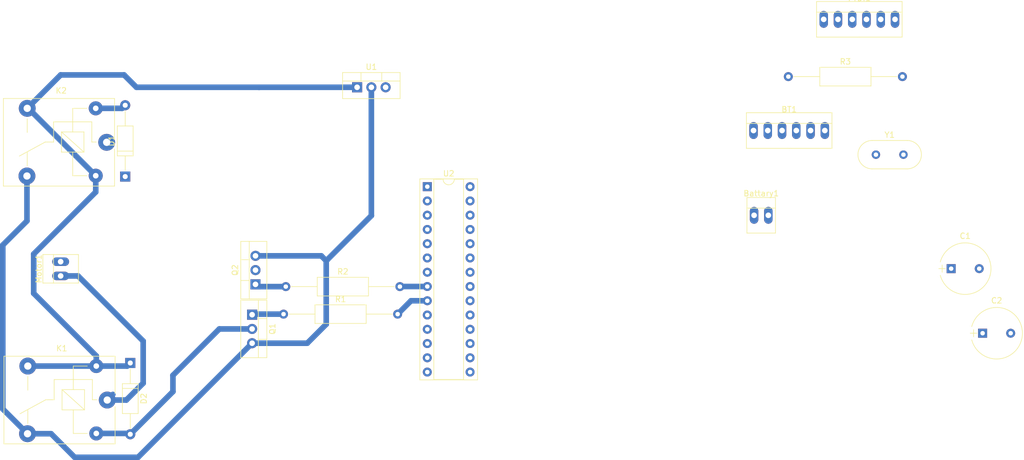
<source format=kicad_pcb>
(kicad_pcb (version 4) (host pcbnew 4.0.7-e2-6376~61~ubuntu18.04.1)

  (general
    (links 41)
    (no_connects 24)
    (area 0 0 0 0)
    (thickness 1.6)
    (drawings 0)
    (tracks 56)
    (zones 0)
    (modules 18)
    (nets 39)
  )

  (page A4)
  (layers
    (0 F.Cu signal)
    (31 B.Cu signal)
    (32 B.Adhes user hide)
    (33 F.Adhes user hide)
    (34 B.Paste user hide)
    (35 F.Paste user hide)
    (36 B.SilkS user hide)
    (37 F.SilkS user hide)
    (38 B.Mask user hide)
    (39 F.Mask user hide)
    (40 Dwgs.User user hide)
    (41 Cmts.User user hide)
    (42 Eco1.User user hide)
    (43 Eco2.User user hide)
    (44 Edge.Cuts user)
    (45 Margin user hide)
    (46 B.CrtYd user hide)
    (47 F.CrtYd user hide)
    (48 B.Fab user hide)
    (49 F.Fab user)
  )

  (setup
    (last_trace_width 1)
    (trace_clearance 0.2)
    (zone_clearance 0.508)
    (zone_45_only no)
    (trace_min 0.2)
    (segment_width 0.2)
    (edge_width 0.15)
    (via_size 0.6)
    (via_drill 0.4)
    (via_min_size 0.4)
    (via_min_drill 0.3)
    (uvia_size 0.3)
    (uvia_drill 0.1)
    (uvias_allowed no)
    (uvia_min_size 0.2)
    (uvia_min_drill 0.1)
    (pcb_text_width 0.3)
    (pcb_text_size 1.5 1.5)
    (mod_edge_width 0.15)
    (mod_text_size 1 1)
    (mod_text_width 0.15)
    (pad_size 1.524 1.524)
    (pad_drill 0.762)
    (pad_to_mask_clearance 0.2)
    (aux_axis_origin 0 0)
    (visible_elements FFFFFF7F)
    (pcbplotparams
      (layerselection 0x00030_80000001)
      (usegerberextensions false)
      (excludeedgelayer true)
      (linewidth 0.100000)
      (plotframeref false)
      (viasonmask false)
      (mode 1)
      (useauxorigin false)
      (hpglpennumber 1)
      (hpglpenspeed 20)
      (hpglpendiameter 15)
      (hpglpenoverlay 2)
      (psnegative false)
      (psa4output false)
      (plotreference true)
      (plotvalue true)
      (plotinvisibletext false)
      (padsonsilk false)
      (subtractmaskfromsilk false)
      (outputformat 1)
      (mirror false)
      (drillshape 1)
      (scaleselection 1)
      (outputdirectory ""))
  )

  (net 0 "")
  (net 1 "Net-(U2-Pad1)")
  (net 2 "Net-(U2-Pad15)")
  (net 3 "Net-(U2-Pad2)")
  (net 4 "Net-(U2-Pad16)")
  (net 5 "Net-(U2-Pad17)")
  (net 6 "Net-(U2-Pad18)")
  (net 7 "Net-(U2-Pad19)")
  (net 8 "Net-(U2-Pad20)")
  (net 9 "Net-(U2-Pad7)")
  (net 10 "Net-(U2-Pad21)")
  (net 11 "Net-(U2-Pad22)")
  (net 12 "Net-(U2-Pad23)")
  (net 13 "Net-(U2-Pad10)")
  (net 14 "Net-(U2-Pad24)")
  (net 15 "Net-(U2-Pad11)")
  (net 16 "Net-(U2-Pad12)")
  (net 17 "Net-(U2-Pad13)")
  (net 18 "Net-(U2-Pad14)")
  (net 19 "Net-(U2-Pad28)")
  (net 20 +5V)
  (net 21 GND)
  (net 22 "Net-(BT1-Pad1)")
  (net 23 /RX)
  (net 24 /TX)
  (net 25 "Net-(BT1-Pad6)")
  (net 26 "Net-(C1-Pad2)")
  (net 27 "Net-(C2-Pad2)")
  (net 28 "Net-(D1-Pad2)")
  (net 29 "Net-(D2-Pad2)")
  (net 30 /HB2)
  (net 31 /HB1)
  (net 32 +12V)
  (net 33 "Net-(FTDI1-Pad2)")
  (net 34 /RESET)
  (net 35 "Net-(K1-Pad1)")
  (net 36 "Net-(K2-Pad1)")
  (net 37 "Net-(Q1-Pad1)")
  (net 38 "Net-(Q2-Pad1)")

  (net_class Default "This is the default net class."
    (clearance 0.2)
    (trace_width 1)
    (via_dia 0.6)
    (via_drill 0.4)
    (uvia_dia 0.3)
    (uvia_drill 0.1)
    (add_net +12V)
    (add_net +5V)
    (add_net /HB1)
    (add_net /HB2)
    (add_net /RESET)
    (add_net /RX)
    (add_net /TX)
    (add_net GND)
    (add_net "Net-(BT1-Pad1)")
    (add_net "Net-(BT1-Pad6)")
    (add_net "Net-(C1-Pad2)")
    (add_net "Net-(C2-Pad2)")
    (add_net "Net-(D1-Pad2)")
    (add_net "Net-(D2-Pad2)")
    (add_net "Net-(FTDI1-Pad2)")
    (add_net "Net-(K1-Pad1)")
    (add_net "Net-(K2-Pad1)")
    (add_net "Net-(Q1-Pad1)")
    (add_net "Net-(Q2-Pad1)")
    (add_net "Net-(U2-Pad1)")
    (add_net "Net-(U2-Pad10)")
    (add_net "Net-(U2-Pad11)")
    (add_net "Net-(U2-Pad12)")
    (add_net "Net-(U2-Pad13)")
    (add_net "Net-(U2-Pad14)")
    (add_net "Net-(U2-Pad15)")
    (add_net "Net-(U2-Pad16)")
    (add_net "Net-(U2-Pad17)")
    (add_net "Net-(U2-Pad18)")
    (add_net "Net-(U2-Pad19)")
    (add_net "Net-(U2-Pad2)")
    (add_net "Net-(U2-Pad20)")
    (add_net "Net-(U2-Pad21)")
    (add_net "Net-(U2-Pad22)")
    (add_net "Net-(U2-Pad23)")
    (add_net "Net-(U2-Pad24)")
    (add_net "Net-(U2-Pad28)")
    (add_net "Net-(U2-Pad7)")
  )

  (module Connectors:PINHEAD1-2 (layer F.Cu) (tedit 0) (tstamp 5BAA8B80)
    (at 131.9 92.6)
    (path /5BAAA637)
    (fp_text reference Battary1 (at 1.27 -3.9) (layer F.SilkS)
      (effects (font (size 1 1) (thickness 0.15)))
    )
    (fp_text value Conn_01x02 (at 1.27 3.81) (layer F.Fab)
      (effects (font (size 1 1) (thickness 0.15)))
    )
    (fp_line (start 3.81 -1.27) (end -1.27 -1.27) (layer F.SilkS) (width 0.12))
    (fp_line (start 3.81 3.17) (end -1.27 3.17) (layer F.SilkS) (width 0.12))
    (fp_line (start -1.27 -3.17) (end 3.81 -3.17) (layer F.SilkS) (width 0.12))
    (fp_line (start -1.27 -3.17) (end -1.27 3.17) (layer F.SilkS) (width 0.12))
    (fp_line (start 3.81 -3.17) (end 3.81 3.17) (layer F.SilkS) (width 0.12))
    (fp_line (start -1.52 -3.42) (end 4.06 -3.42) (layer F.CrtYd) (width 0.05))
    (fp_line (start -1.52 -3.42) (end -1.52 3.42) (layer F.CrtYd) (width 0.05))
    (fp_line (start 4.06 3.42) (end 4.06 -3.42) (layer F.CrtYd) (width 0.05))
    (fp_line (start 4.06 3.42) (end -1.52 3.42) (layer F.CrtYd) (width 0.05))
    (pad 1 thru_hole oval (at 0 0) (size 1.51 3.01) (drill 1) (layers *.Cu *.Mask)
      (net 32 +12V))
    (pad 2 thru_hole oval (at 2.54 0) (size 1.51 3.01) (drill 1) (layers *.Cu *.Mask)
      (net 21 GND))
  )

  (module Connectors:PINHEAD1-6 (layer F.Cu) (tedit 0) (tstamp 5BAA8B8A)
    (at 131.8 77.5)
    (path /5BAAC7B8)
    (fp_text reference BT1 (at 6.35 -3.75) (layer F.SilkS)
      (effects (font (size 1 1) (thickness 0.15)))
    )
    (fp_text value Conn_01x06 (at 6.35 3.81) (layer F.Fab)
      (effects (font (size 1 1) (thickness 0.15)))
    )
    (fp_line (start 6.35 3.17) (end 13.97 3.17) (layer F.SilkS) (width 0.12))
    (fp_line (start 6.35 -1.27) (end 13.97 -1.27) (layer F.SilkS) (width 0.12))
    (fp_line (start 6.35 -3.17) (end 13.97 -3.17) (layer F.SilkS) (width 0.12))
    (fp_line (start -1.27 -3.17) (end -1.27 3.17) (layer F.SilkS) (width 0.12))
    (fp_line (start 13.97 -3.17) (end 13.97 3.17) (layer F.SilkS) (width 0.12))
    (fp_line (start 6.35 -1.27) (end -1.27 -1.27) (layer F.SilkS) (width 0.12))
    (fp_line (start -1.27 -3.17) (end 6.35 -3.17) (layer F.SilkS) (width 0.12))
    (fp_line (start 6.35 3.17) (end -1.27 3.17) (layer F.SilkS) (width 0.12))
    (fp_line (start -1.52 -3.42) (end 14.22 -3.42) (layer F.CrtYd) (width 0.05))
    (fp_line (start -1.52 -3.42) (end -1.52 3.42) (layer F.CrtYd) (width 0.05))
    (fp_line (start 14.22 3.42) (end 14.22 -3.42) (layer F.CrtYd) (width 0.05))
    (fp_line (start 14.22 3.42) (end -1.52 3.42) (layer F.CrtYd) (width 0.05))
    (pad 1 thru_hole oval (at 0 0) (size 1.51 3.01) (drill 1) (layers *.Cu *.Mask)
      (net 22 "Net-(BT1-Pad1)"))
    (pad 2 thru_hole oval (at 2.54 0) (size 1.51 3.01) (drill 1) (layers *.Cu *.Mask)
      (net 23 /RX))
    (pad 3 thru_hole oval (at 5.08 0) (size 1.51 3.01) (drill 1) (layers *.Cu *.Mask)
      (net 24 /TX))
    (pad 4 thru_hole oval (at 7.62 0) (size 1.51 3.01) (drill 1) (layers *.Cu *.Mask)
      (net 21 GND))
    (pad 5 thru_hole oval (at 10.16 0) (size 1.51 3.01) (drill 1) (layers *.Cu *.Mask)
      (net 20 +5V))
    (pad 6 thru_hole oval (at 12.7 0) (size 1.51 3.01) (drill 1) (layers *.Cu *.Mask)
      (net 25 "Net-(BT1-Pad6)"))
  )

  (module Capacitors_THT:CP_Radial_Tantal_D9.0mm_P5.00mm (layer F.Cu) (tedit 597C781B) (tstamp 5BAA8B90)
    (at 167 102.1)
    (descr "CP, Radial_Tantal series, Radial, pin pitch=5.00mm, , diameter=9.0mm, Tantal Electrolytic Capacitor, http://cdn-reichelt.de/documents/datenblatt/B300/TANTAL-TB-Serie%23.pdf")
    (tags "CP Radial_Tantal series Radial pin pitch 5.00mm  diameter 9.0mm Tantal Electrolytic Capacitor")
    (path /5BAB2A45)
    (fp_text reference C1 (at 2.5 -5.81) (layer F.SilkS)
      (effects (font (size 1 1) (thickness 0.15)))
    )
    (fp_text value C (at 2.5 5.81) (layer F.Fab)
      (effects (font (size 1 1) (thickness 0.15)))
    )
    (fp_arc (start 2.5 0) (end -1.93573 -1.18) (angle 150.2) (layer F.SilkS) (width 0.12))
    (fp_arc (start 2.5 0) (end -1.93573 1.18) (angle -150.2) (layer F.SilkS) (width 0.12))
    (fp_arc (start 2.5 0) (end 6.93573 -1.18) (angle 29.8) (layer F.SilkS) (width 0.12))
    (fp_circle (center 2.5 0) (end 7 0) (layer F.Fab) (width 0.1))
    (fp_line (start -2.2 0) (end -1 0) (layer F.Fab) (width 0.1))
    (fp_line (start -1.6 -0.65) (end -1.6 0.65) (layer F.Fab) (width 0.1))
    (fp_line (start -2.2 0) (end -1 0) (layer F.SilkS) (width 0.12))
    (fp_line (start -1.6 -0.65) (end -1.6 0.65) (layer F.SilkS) (width 0.12))
    (fp_line (start -2.35 -4.85) (end -2.35 4.85) (layer F.CrtYd) (width 0.05))
    (fp_line (start -2.35 4.85) (end 7.35 4.85) (layer F.CrtYd) (width 0.05))
    (fp_line (start 7.35 4.85) (end 7.35 -4.85) (layer F.CrtYd) (width 0.05))
    (fp_line (start 7.35 -4.85) (end -2.35 -4.85) (layer F.CrtYd) (width 0.05))
    (fp_text user %R (at 2.5 0) (layer F.Fab)
      (effects (font (size 1 1) (thickness 0.15)))
    )
    (pad 1 thru_hole rect (at 0 0) (size 1.6 1.6) (drill 0.8) (layers *.Cu *.Mask)
      (net 21 GND))
    (pad 2 thru_hole circle (at 5 0) (size 1.6 1.6) (drill 0.8) (layers *.Cu *.Mask)
      (net 26 "Net-(C1-Pad2)"))
    (model ${KISYS3DMOD}/Capacitors_THT.3dshapes/CP_Radial_Tantal_D9.0mm_P5.00mm.wrl
      (at (xyz 0 0 0))
      (scale (xyz 1 1 1))
      (rotate (xyz 0 0 0))
    )
  )

  (module Capacitors_THT:CP_Radial_Tantal_D9.0mm_P5.00mm (layer F.Cu) (tedit 597C781B) (tstamp 5BAA8B96)
    (at 172.6 113.6)
    (descr "CP, Radial_Tantal series, Radial, pin pitch=5.00mm, , diameter=9.0mm, Tantal Electrolytic Capacitor, http://cdn-reichelt.de/documents/datenblatt/B300/TANTAL-TB-Serie%23.pdf")
    (tags "CP Radial_Tantal series Radial pin pitch 5.00mm  diameter 9.0mm Tantal Electrolytic Capacitor")
    (path /5BAB2B5A)
    (fp_text reference C2 (at 2.5 -5.81) (layer F.SilkS)
      (effects (font (size 1 1) (thickness 0.15)))
    )
    (fp_text value C (at 2.5 5.81) (layer F.Fab)
      (effects (font (size 1 1) (thickness 0.15)))
    )
    (fp_arc (start 2.5 0) (end -1.93573 -1.18) (angle 150.2) (layer F.SilkS) (width 0.12))
    (fp_arc (start 2.5 0) (end -1.93573 1.18) (angle -150.2) (layer F.SilkS) (width 0.12))
    (fp_arc (start 2.5 0) (end 6.93573 -1.18) (angle 29.8) (layer F.SilkS) (width 0.12))
    (fp_circle (center 2.5 0) (end 7 0) (layer F.Fab) (width 0.1))
    (fp_line (start -2.2 0) (end -1 0) (layer F.Fab) (width 0.1))
    (fp_line (start -1.6 -0.65) (end -1.6 0.65) (layer F.Fab) (width 0.1))
    (fp_line (start -2.2 0) (end -1 0) (layer F.SilkS) (width 0.12))
    (fp_line (start -1.6 -0.65) (end -1.6 0.65) (layer F.SilkS) (width 0.12))
    (fp_line (start -2.35 -4.85) (end -2.35 4.85) (layer F.CrtYd) (width 0.05))
    (fp_line (start -2.35 4.85) (end 7.35 4.85) (layer F.CrtYd) (width 0.05))
    (fp_line (start 7.35 4.85) (end 7.35 -4.85) (layer F.CrtYd) (width 0.05))
    (fp_line (start 7.35 -4.85) (end -2.35 -4.85) (layer F.CrtYd) (width 0.05))
    (fp_text user %R (at 2.5 0) (layer F.Fab)
      (effects (font (size 1 1) (thickness 0.15)))
    )
    (pad 1 thru_hole rect (at 0 0) (size 1.6 1.6) (drill 0.8) (layers *.Cu *.Mask)
      (net 21 GND))
    (pad 2 thru_hole circle (at 5 0) (size 1.6 1.6) (drill 0.8) (layers *.Cu *.Mask)
      (net 27 "Net-(C2-Pad2)"))
    (model ${KISYS3DMOD}/Capacitors_THT.3dshapes/CP_Radial_Tantal_D9.0mm_P5.00mm.wrl
      (at (xyz 0 0 0))
      (scale (xyz 1 1 1))
      (rotate (xyz 0 0 0))
    )
  )

  (module Diodes_THT:D_A-405_P12.70mm_Horizontal (layer F.Cu) (tedit 5921392E) (tstamp 5BAA8B9C)
    (at 19.9 85.7 90)
    (descr "D, A-405 series, Axial, Horizontal, pin pitch=12.7mm, , length*diameter=5.2*2.7mm^2, , http://www.diodes.com/_files/packages/A-405.pdf")
    (tags "D A-405 series Axial Horizontal pin pitch 12.7mm  length 5.2mm diameter 2.7mm")
    (path /5BAAB42F)
    (fp_text reference D1 (at 6.35 -2.41 90) (layer F.SilkS)
      (effects (font (size 1 1) (thickness 0.15)))
    )
    (fp_text value D (at 6.35 2.41 90) (layer F.Fab)
      (effects (font (size 1 1) (thickness 0.15)))
    )
    (fp_text user %R (at 6.35 0 90) (layer F.Fab)
      (effects (font (size 1 1) (thickness 0.15)))
    )
    (fp_line (start 3.75 -1.35) (end 3.75 1.35) (layer F.Fab) (width 0.1))
    (fp_line (start 3.75 1.35) (end 8.95 1.35) (layer F.Fab) (width 0.1))
    (fp_line (start 8.95 1.35) (end 8.95 -1.35) (layer F.Fab) (width 0.1))
    (fp_line (start 8.95 -1.35) (end 3.75 -1.35) (layer F.Fab) (width 0.1))
    (fp_line (start 0 0) (end 3.75 0) (layer F.Fab) (width 0.1))
    (fp_line (start 12.7 0) (end 8.95 0) (layer F.Fab) (width 0.1))
    (fp_line (start 4.53 -1.35) (end 4.53 1.35) (layer F.Fab) (width 0.1))
    (fp_line (start 3.69 -1.41) (end 3.69 1.41) (layer F.SilkS) (width 0.12))
    (fp_line (start 3.69 1.41) (end 9.01 1.41) (layer F.SilkS) (width 0.12))
    (fp_line (start 9.01 1.41) (end 9.01 -1.41) (layer F.SilkS) (width 0.12))
    (fp_line (start 9.01 -1.41) (end 3.69 -1.41) (layer F.SilkS) (width 0.12))
    (fp_line (start 1.08 0) (end 3.69 0) (layer F.SilkS) (width 0.12))
    (fp_line (start 11.62 0) (end 9.01 0) (layer F.SilkS) (width 0.12))
    (fp_line (start 4.53 -1.41) (end 4.53 1.41) (layer F.SilkS) (width 0.12))
    (fp_line (start -1.15 -1.7) (end -1.15 1.7) (layer F.CrtYd) (width 0.05))
    (fp_line (start -1.15 1.7) (end 13.85 1.7) (layer F.CrtYd) (width 0.05))
    (fp_line (start 13.85 1.7) (end 13.85 -1.7) (layer F.CrtYd) (width 0.05))
    (fp_line (start 13.85 -1.7) (end -1.15 -1.7) (layer F.CrtYd) (width 0.05))
    (pad 1 thru_hole rect (at 0 0 90) (size 1.8 1.8) (drill 0.9) (layers *.Cu *.Mask)
      (net 32 +12V))
    (pad 2 thru_hole oval (at 12.7 0 90) (size 1.8 1.8) (drill 0.9) (layers *.Cu *.Mask)
      (net 28 "Net-(D1-Pad2)"))
    (model ${KISYS3DMOD}/Diodes_THT.3dshapes/D_A-405_P12.70mm_Horizontal.wrl
      (at (xyz 0 0 0))
      (scale (xyz 0.393701 0.393701 0.393701))
      (rotate (xyz 0 0 0))
    )
  )

  (module Diodes_THT:D_A-405_P12.70mm_Horizontal (layer F.Cu) (tedit 5921392E) (tstamp 5BAA8BA2)
    (at 20.8 118.9 270)
    (descr "D, A-405 series, Axial, Horizontal, pin pitch=12.7mm, , length*diameter=5.2*2.7mm^2, , http://www.diodes.com/_files/packages/A-405.pdf")
    (tags "D A-405 series Axial Horizontal pin pitch 12.7mm  length 5.2mm diameter 2.7mm")
    (path /5BAAB218)
    (fp_text reference D2 (at 6.35 -2.41 270) (layer F.SilkS)
      (effects (font (size 1 1) (thickness 0.15)))
    )
    (fp_text value D (at 6.35 2.41 270) (layer F.Fab)
      (effects (font (size 1 1) (thickness 0.15)))
    )
    (fp_text user %R (at 6.35 0 270) (layer F.Fab)
      (effects (font (size 1 1) (thickness 0.15)))
    )
    (fp_line (start 3.75 -1.35) (end 3.75 1.35) (layer F.Fab) (width 0.1))
    (fp_line (start 3.75 1.35) (end 8.95 1.35) (layer F.Fab) (width 0.1))
    (fp_line (start 8.95 1.35) (end 8.95 -1.35) (layer F.Fab) (width 0.1))
    (fp_line (start 8.95 -1.35) (end 3.75 -1.35) (layer F.Fab) (width 0.1))
    (fp_line (start 0 0) (end 3.75 0) (layer F.Fab) (width 0.1))
    (fp_line (start 12.7 0) (end 8.95 0) (layer F.Fab) (width 0.1))
    (fp_line (start 4.53 -1.35) (end 4.53 1.35) (layer F.Fab) (width 0.1))
    (fp_line (start 3.69 -1.41) (end 3.69 1.41) (layer F.SilkS) (width 0.12))
    (fp_line (start 3.69 1.41) (end 9.01 1.41) (layer F.SilkS) (width 0.12))
    (fp_line (start 9.01 1.41) (end 9.01 -1.41) (layer F.SilkS) (width 0.12))
    (fp_line (start 9.01 -1.41) (end 3.69 -1.41) (layer F.SilkS) (width 0.12))
    (fp_line (start 1.08 0) (end 3.69 0) (layer F.SilkS) (width 0.12))
    (fp_line (start 11.62 0) (end 9.01 0) (layer F.SilkS) (width 0.12))
    (fp_line (start 4.53 -1.41) (end 4.53 1.41) (layer F.SilkS) (width 0.12))
    (fp_line (start -1.15 -1.7) (end -1.15 1.7) (layer F.CrtYd) (width 0.05))
    (fp_line (start -1.15 1.7) (end 13.85 1.7) (layer F.CrtYd) (width 0.05))
    (fp_line (start 13.85 1.7) (end 13.85 -1.7) (layer F.CrtYd) (width 0.05))
    (fp_line (start 13.85 -1.7) (end -1.15 -1.7) (layer F.CrtYd) (width 0.05))
    (pad 1 thru_hole rect (at 0 0 270) (size 1.8 1.8) (drill 0.9) (layers *.Cu *.Mask)
      (net 32 +12V))
    (pad 2 thru_hole oval (at 12.7 0 270) (size 1.8 1.8) (drill 0.9) (layers *.Cu *.Mask)
      (net 29 "Net-(D2-Pad2)"))
    (model ${KISYS3DMOD}/Diodes_THT.3dshapes/D_A-405_P12.70mm_Horizontal.wrl
      (at (xyz 0 0 0))
      (scale (xyz 0.393701 0.393701 0.393701))
      (rotate (xyz 0 0 0))
    )
  )

  (module Relays_THT:Relay_SPDT_SANYOU_SRD_Series_Form_C (layer F.Cu) (tedit 58FA3148) (tstamp 5BAA8BAB)
    (at 16.7 125.5 180)
    (descr "relay Sanyou SRD series Form C http://www.sanyourelay.ca/public/products/pdf/SRD.pdf")
    (tags "relay Sanyu SRD form C")
    (path /5BAD5A50)
    (fp_text reference K1 (at 8.1 9.2 180) (layer F.SilkS)
      (effects (font (size 1 1) (thickness 0.15)))
    )
    (fp_text value Relay (at 8 -9.6 180) (layer F.Fab)
      (effects (font (size 1 1) (thickness 0.15)))
    )
    (fp_line (start -1.4 1.2) (end -1.4 7.8) (layer F.SilkS) (width 0.12))
    (fp_line (start -1.4 -7.8) (end -1.4 -1.2) (layer F.SilkS) (width 0.12))
    (fp_line (start -1.4 -7.8) (end 18.4 -7.8) (layer F.SilkS) (width 0.12))
    (fp_line (start 18.4 -7.8) (end 18.4 7.8) (layer F.SilkS) (width 0.12))
    (fp_line (start 18.4 7.8) (end -1.4 7.8) (layer F.SilkS) (width 0.12))
    (fp_text user 1 (at 0 -2.3 180) (layer F.Fab)
      (effects (font (size 1 1) (thickness 0.15)))
    )
    (fp_line (start -1.3 -7.7) (end 18.3 -7.7) (layer F.Fab) (width 0.12))
    (fp_line (start 18.3 -7.7) (end 18.3 7.7) (layer F.Fab) (width 0.12))
    (fp_line (start 18.3 7.7) (end -1.3 7.7) (layer F.Fab) (width 0.12))
    (fp_line (start -1.3 7.7) (end -1.3 -7.7) (layer F.Fab) (width 0.12))
    (fp_text user %R (at 7.1 0.025 180) (layer F.Fab)
      (effects (font (size 1 1) (thickness 0.15)))
    )
    (fp_line (start 18.55 -7.95) (end -1.55 -7.95) (layer F.CrtYd) (width 0.05))
    (fp_line (start -1.55 7.95) (end -1.55 -7.95) (layer F.CrtYd) (width 0.05))
    (fp_line (start 18.55 -7.95) (end 18.55 7.95) (layer F.CrtYd) (width 0.05))
    (fp_line (start -1.55 7.95) (end 18.55 7.95) (layer F.CrtYd) (width 0.05))
    (fp_line (start 14.15 4.2) (end 14.15 1.75) (layer F.SilkS) (width 0.12))
    (fp_line (start 14.15 -4.2) (end 14.15 -1.7) (layer F.SilkS) (width 0.12))
    (fp_line (start 3.55 6.05) (end 6.05 6.05) (layer F.SilkS) (width 0.12))
    (fp_line (start 2.65 0.05) (end 1.85 0.05) (layer F.SilkS) (width 0.12))
    (fp_line (start 6.05 -5.95) (end 3.55 -5.95) (layer F.SilkS) (width 0.12))
    (fp_line (start 9.45 0.05) (end 10.95 0.05) (layer F.SilkS) (width 0.12))
    (fp_line (start 10.95 0.05) (end 15.55 -2.45) (layer F.SilkS) (width 0.12))
    (fp_line (start 9.45 3.65) (end 2.65 3.65) (layer F.SilkS) (width 0.12))
    (fp_line (start 9.45 0.05) (end 9.45 3.65) (layer F.SilkS) (width 0.12))
    (fp_line (start 2.65 0.05) (end 2.65 3.65) (layer F.SilkS) (width 0.12))
    (fp_line (start 6.05 -5.95) (end 6.05 -1.75) (layer F.SilkS) (width 0.12))
    (fp_line (start 6.05 1.85) (end 6.05 6.05) (layer F.SilkS) (width 0.12))
    (fp_line (start 8.05 1.85) (end 4.05 -1.75) (layer F.SilkS) (width 0.12))
    (fp_line (start 4.05 1.85) (end 4.05 -1.75) (layer F.SilkS) (width 0.12))
    (fp_line (start 4.05 -1.75) (end 8.05 -1.75) (layer F.SilkS) (width 0.12))
    (fp_line (start 8.05 -1.75) (end 8.05 1.85) (layer F.SilkS) (width 0.12))
    (fp_line (start 8.05 1.85) (end 4.05 1.85) (layer F.SilkS) (width 0.12))
    (pad 2 thru_hole circle (at 1.95 6.05 270) (size 2.5 2.5) (drill 1) (layers *.Cu *.Mask)
      (net 32 +12V))
    (pad 3 thru_hole circle (at 14.15 6.05 270) (size 3 3) (drill 1.3) (layers *.Cu *.Mask)
      (net 32 +12V))
    (pad 4 thru_hole circle (at 14.2 -6 270) (size 3 3) (drill 1.3) (layers *.Cu *.Mask)
      (net 21 GND))
    (pad 5 thru_hole circle (at 1.95 -5.95 270) (size 2.5 2.5) (drill 1) (layers *.Cu *.Mask)
      (net 29 "Net-(D2-Pad2)"))
    (pad 1 thru_hole circle (at 0 0 270) (size 3 3) (drill 1.3) (layers *.Cu *.Mask)
      (net 35 "Net-(K1-Pad1)"))
    (model ${KISYS3DMOD}/Relays_THT.3dshapes/Relay_SPDT_SANYOU_SRD_Series_Form_C.wrl
      (at (xyz 0 0 0))
      (scale (xyz 1 1 1))
      (rotate (xyz 0 0 0))
    )
  )

  (module Relays_THT:Relay_SPDT_SANYOU_SRD_Series_Form_C (layer F.Cu) (tedit 58FA3148) (tstamp 5BAA8BB4)
    (at 16.6 79.6 180)
    (descr "relay Sanyou SRD series Form C http://www.sanyourelay.ca/public/products/pdf/SRD.pdf")
    (tags "relay Sanyu SRD form C")
    (path /5BAD6A70)
    (fp_text reference K2 (at 8.1 9.2 180) (layer F.SilkS)
      (effects (font (size 1 1) (thickness 0.15)))
    )
    (fp_text value Relay (at 8 -9.6 180) (layer F.Fab)
      (effects (font (size 1 1) (thickness 0.15)))
    )
    (fp_line (start -1.4 1.2) (end -1.4 7.8) (layer F.SilkS) (width 0.12))
    (fp_line (start -1.4 -7.8) (end -1.4 -1.2) (layer F.SilkS) (width 0.12))
    (fp_line (start -1.4 -7.8) (end 18.4 -7.8) (layer F.SilkS) (width 0.12))
    (fp_line (start 18.4 -7.8) (end 18.4 7.8) (layer F.SilkS) (width 0.12))
    (fp_line (start 18.4 7.8) (end -1.4 7.8) (layer F.SilkS) (width 0.12))
    (fp_text user 1 (at 0 -2.3 180) (layer F.Fab)
      (effects (font (size 1 1) (thickness 0.15)))
    )
    (fp_line (start -1.3 -7.7) (end 18.3 -7.7) (layer F.Fab) (width 0.12))
    (fp_line (start 18.3 -7.7) (end 18.3 7.7) (layer F.Fab) (width 0.12))
    (fp_line (start 18.3 7.7) (end -1.3 7.7) (layer F.Fab) (width 0.12))
    (fp_line (start -1.3 7.7) (end -1.3 -7.7) (layer F.Fab) (width 0.12))
    (fp_text user %R (at 7.1 0.025 180) (layer F.Fab)
      (effects (font (size 1 1) (thickness 0.15)))
    )
    (fp_line (start 18.55 -7.95) (end -1.55 -7.95) (layer F.CrtYd) (width 0.05))
    (fp_line (start -1.55 7.95) (end -1.55 -7.95) (layer F.CrtYd) (width 0.05))
    (fp_line (start 18.55 -7.95) (end 18.55 7.95) (layer F.CrtYd) (width 0.05))
    (fp_line (start -1.55 7.95) (end 18.55 7.95) (layer F.CrtYd) (width 0.05))
    (fp_line (start 14.15 4.2) (end 14.15 1.75) (layer F.SilkS) (width 0.12))
    (fp_line (start 14.15 -4.2) (end 14.15 -1.7) (layer F.SilkS) (width 0.12))
    (fp_line (start 3.55 6.05) (end 6.05 6.05) (layer F.SilkS) (width 0.12))
    (fp_line (start 2.65 0.05) (end 1.85 0.05) (layer F.SilkS) (width 0.12))
    (fp_line (start 6.05 -5.95) (end 3.55 -5.95) (layer F.SilkS) (width 0.12))
    (fp_line (start 9.45 0.05) (end 10.95 0.05) (layer F.SilkS) (width 0.12))
    (fp_line (start 10.95 0.05) (end 15.55 -2.45) (layer F.SilkS) (width 0.12))
    (fp_line (start 9.45 3.65) (end 2.65 3.65) (layer F.SilkS) (width 0.12))
    (fp_line (start 9.45 0.05) (end 9.45 3.65) (layer F.SilkS) (width 0.12))
    (fp_line (start 2.65 0.05) (end 2.65 3.65) (layer F.SilkS) (width 0.12))
    (fp_line (start 6.05 -5.95) (end 6.05 -1.75) (layer F.SilkS) (width 0.12))
    (fp_line (start 6.05 1.85) (end 6.05 6.05) (layer F.SilkS) (width 0.12))
    (fp_line (start 8.05 1.85) (end 4.05 -1.75) (layer F.SilkS) (width 0.12))
    (fp_line (start 4.05 1.85) (end 4.05 -1.75) (layer F.SilkS) (width 0.12))
    (fp_line (start 4.05 -1.75) (end 8.05 -1.75) (layer F.SilkS) (width 0.12))
    (fp_line (start 8.05 -1.75) (end 8.05 1.85) (layer F.SilkS) (width 0.12))
    (fp_line (start 8.05 1.85) (end 4.05 1.85) (layer F.SilkS) (width 0.12))
    (pad 2 thru_hole circle (at 1.95 6.05 270) (size 2.5 2.5) (drill 1) (layers *.Cu *.Mask)
      (net 28 "Net-(D1-Pad2)"))
    (pad 3 thru_hole circle (at 14.15 6.05 270) (size 3 3) (drill 1.3) (layers *.Cu *.Mask)
      (net 32 +12V))
    (pad 4 thru_hole circle (at 14.2 -6 270) (size 3 3) (drill 1.3) (layers *.Cu *.Mask)
      (net 21 GND))
    (pad 5 thru_hole circle (at 1.95 -5.95 270) (size 2.5 2.5) (drill 1) (layers *.Cu *.Mask)
      (net 32 +12V))
    (pad 1 thru_hole circle (at 0 0 270) (size 3 3) (drill 1.3) (layers *.Cu *.Mask)
      (net 36 "Net-(K2-Pad1)"))
    (model ${KISYS3DMOD}/Relays_THT.3dshapes/Relay_SPDT_SANYOU_SRD_Series_Form_C.wrl
      (at (xyz 0 0 0))
      (scale (xyz 1 1 1))
      (rotate (xyz 0 0 0))
    )
  )

  (module Connectors:PINHEAD1-2 (layer F.Cu) (tedit 0) (tstamp 5BAA8BBA)
    (at 8.4 103.4 90)
    (path /5BAA8F9C)
    (fp_text reference Motor1 (at 1.27 -3.9 90) (layer F.SilkS)
      (effects (font (size 1 1) (thickness 0.15)))
    )
    (fp_text value Conn_01x02 (at 1.27 3.81 90) (layer F.Fab)
      (effects (font (size 1 1) (thickness 0.15)))
    )
    (fp_line (start 3.81 -1.27) (end -1.27 -1.27) (layer F.SilkS) (width 0.12))
    (fp_line (start 3.81 3.17) (end -1.27 3.17) (layer F.SilkS) (width 0.12))
    (fp_line (start -1.27 -3.17) (end 3.81 -3.17) (layer F.SilkS) (width 0.12))
    (fp_line (start -1.27 -3.17) (end -1.27 3.17) (layer F.SilkS) (width 0.12))
    (fp_line (start 3.81 -3.17) (end 3.81 3.17) (layer F.SilkS) (width 0.12))
    (fp_line (start -1.52 -3.42) (end 4.06 -3.42) (layer F.CrtYd) (width 0.05))
    (fp_line (start -1.52 -3.42) (end -1.52 3.42) (layer F.CrtYd) (width 0.05))
    (fp_line (start 4.06 3.42) (end 4.06 -3.42) (layer F.CrtYd) (width 0.05))
    (fp_line (start 4.06 3.42) (end -1.52 3.42) (layer F.CrtYd) (width 0.05))
    (pad 1 thru_hole oval (at 0 0 90) (size 1.51 3.01) (drill 1) (layers *.Cu *.Mask)
      (net 35 "Net-(K1-Pad1)"))
    (pad 2 thru_hole oval (at 2.54 0 90) (size 1.51 3.01) (drill 1) (layers *.Cu *.Mask)
      (net 36 "Net-(K2-Pad1)"))
  )

  (module Resistors_THT:R_Axial_DIN0309_L9.0mm_D3.2mm_P20.32mm_Horizontal (layer F.Cu) (tedit 5874F706) (tstamp 5BAA8BCE)
    (at 48.1 110.2)
    (descr "Resistor, Axial_DIN0309 series, Axial, Horizontal, pin pitch=20.32mm, 0.5W = 1/2W, length*diameter=9*3.2mm^2, http://cdn-reichelt.de/documents/datenblatt/B400/1_4W%23YAG.pdf")
    (tags "Resistor Axial_DIN0309 series Axial Horizontal pin pitch 20.32mm 0.5W = 1/2W length 9mm diameter 3.2mm")
    (path /5BAAA0DC)
    (fp_text reference R1 (at 10.16 -2.66) (layer F.SilkS)
      (effects (font (size 1 1) (thickness 0.15)))
    )
    (fp_text value R (at 10.16 2.66) (layer F.Fab)
      (effects (font (size 1 1) (thickness 0.15)))
    )
    (fp_line (start 5.66 -1.6) (end 5.66 1.6) (layer F.Fab) (width 0.1))
    (fp_line (start 5.66 1.6) (end 14.66 1.6) (layer F.Fab) (width 0.1))
    (fp_line (start 14.66 1.6) (end 14.66 -1.6) (layer F.Fab) (width 0.1))
    (fp_line (start 14.66 -1.6) (end 5.66 -1.6) (layer F.Fab) (width 0.1))
    (fp_line (start 0 0) (end 5.66 0) (layer F.Fab) (width 0.1))
    (fp_line (start 20.32 0) (end 14.66 0) (layer F.Fab) (width 0.1))
    (fp_line (start 5.6 -1.66) (end 5.6 1.66) (layer F.SilkS) (width 0.12))
    (fp_line (start 5.6 1.66) (end 14.72 1.66) (layer F.SilkS) (width 0.12))
    (fp_line (start 14.72 1.66) (end 14.72 -1.66) (layer F.SilkS) (width 0.12))
    (fp_line (start 14.72 -1.66) (end 5.6 -1.66) (layer F.SilkS) (width 0.12))
    (fp_line (start 0.98 0) (end 5.6 0) (layer F.SilkS) (width 0.12))
    (fp_line (start 19.34 0) (end 14.72 0) (layer F.SilkS) (width 0.12))
    (fp_line (start -1.05 -1.95) (end -1.05 1.95) (layer F.CrtYd) (width 0.05))
    (fp_line (start -1.05 1.95) (end 21.4 1.95) (layer F.CrtYd) (width 0.05))
    (fp_line (start 21.4 1.95) (end 21.4 -1.95) (layer F.CrtYd) (width 0.05))
    (fp_line (start 21.4 -1.95) (end -1.05 -1.95) (layer F.CrtYd) (width 0.05))
    (pad 1 thru_hole circle (at 0 0) (size 1.6 1.6) (drill 0.8) (layers *.Cu *.Mask)
      (net 37 "Net-(Q1-Pad1)"))
    (pad 2 thru_hole oval (at 20.32 0) (size 1.6 1.6) (drill 0.8) (layers *.Cu *.Mask)
      (net 30 /HB2))
    (model ${KISYS3DMOD}/Resistors_THT.3dshapes/R_Axial_DIN0309_L9.0mm_D3.2mm_P20.32mm_Horizontal.wrl
      (at (xyz 0 0 0))
      (scale (xyz 0.393701 0.393701 0.393701))
      (rotate (xyz 0 0 0))
    )
  )

  (module Resistors_THT:R_Axial_DIN0309_L9.0mm_D3.2mm_P20.32mm_Horizontal (layer F.Cu) (tedit 5874F706) (tstamp 5BAA8BD4)
    (at 48.5 105.3)
    (descr "Resistor, Axial_DIN0309 series, Axial, Horizontal, pin pitch=20.32mm, 0.5W = 1/2W, length*diameter=9*3.2mm^2, http://cdn-reichelt.de/documents/datenblatt/B400/1_4W%23YAG.pdf")
    (tags "Resistor Axial_DIN0309 series Axial Horizontal pin pitch 20.32mm 0.5W = 1/2W length 9mm diameter 3.2mm")
    (path /5BAA9B63)
    (fp_text reference R2 (at 10.16 -2.66) (layer F.SilkS)
      (effects (font (size 1 1) (thickness 0.15)))
    )
    (fp_text value R (at 10.16 2.66) (layer F.Fab)
      (effects (font (size 1 1) (thickness 0.15)))
    )
    (fp_line (start 5.66 -1.6) (end 5.66 1.6) (layer F.Fab) (width 0.1))
    (fp_line (start 5.66 1.6) (end 14.66 1.6) (layer F.Fab) (width 0.1))
    (fp_line (start 14.66 1.6) (end 14.66 -1.6) (layer F.Fab) (width 0.1))
    (fp_line (start 14.66 -1.6) (end 5.66 -1.6) (layer F.Fab) (width 0.1))
    (fp_line (start 0 0) (end 5.66 0) (layer F.Fab) (width 0.1))
    (fp_line (start 20.32 0) (end 14.66 0) (layer F.Fab) (width 0.1))
    (fp_line (start 5.6 -1.66) (end 5.6 1.66) (layer F.SilkS) (width 0.12))
    (fp_line (start 5.6 1.66) (end 14.72 1.66) (layer F.SilkS) (width 0.12))
    (fp_line (start 14.72 1.66) (end 14.72 -1.66) (layer F.SilkS) (width 0.12))
    (fp_line (start 14.72 -1.66) (end 5.6 -1.66) (layer F.SilkS) (width 0.12))
    (fp_line (start 0.98 0) (end 5.6 0) (layer F.SilkS) (width 0.12))
    (fp_line (start 19.34 0) (end 14.72 0) (layer F.SilkS) (width 0.12))
    (fp_line (start -1.05 -1.95) (end -1.05 1.95) (layer F.CrtYd) (width 0.05))
    (fp_line (start -1.05 1.95) (end 21.4 1.95) (layer F.CrtYd) (width 0.05))
    (fp_line (start 21.4 1.95) (end 21.4 -1.95) (layer F.CrtYd) (width 0.05))
    (fp_line (start 21.4 -1.95) (end -1.05 -1.95) (layer F.CrtYd) (width 0.05))
    (pad 1 thru_hole circle (at 0 0) (size 1.6 1.6) (drill 0.8) (layers *.Cu *.Mask)
      (net 38 "Net-(Q2-Pad1)"))
    (pad 2 thru_hole oval (at 20.32 0) (size 1.6 1.6) (drill 0.8) (layers *.Cu *.Mask)
      (net 31 /HB1))
    (model ${KISYS3DMOD}/Resistors_THT.3dshapes/R_Axial_DIN0309_L9.0mm_D3.2mm_P20.32mm_Horizontal.wrl
      (at (xyz 0 0 0))
      (scale (xyz 0.393701 0.393701 0.393701))
      (rotate (xyz 0 0 0))
    )
  )

  (module Resistors_THT:R_Axial_DIN0309_L9.0mm_D3.2mm_P20.32mm_Horizontal (layer F.Cu) (tedit 5874F706) (tstamp 5BAA8BDA)
    (at 138 67.9)
    (descr "Resistor, Axial_DIN0309 series, Axial, Horizontal, pin pitch=20.32mm, 0.5W = 1/2W, length*diameter=9*3.2mm^2, http://cdn-reichelt.de/documents/datenblatt/B400/1_4W%23YAG.pdf")
    (tags "Resistor Axial_DIN0309 series Axial Horizontal pin pitch 20.32mm 0.5W = 1/2W length 9mm diameter 3.2mm")
    (path /5BAAF3F6)
    (fp_text reference R3 (at 10.16 -2.66) (layer F.SilkS)
      (effects (font (size 1 1) (thickness 0.15)))
    )
    (fp_text value R (at 10.16 2.66) (layer F.Fab)
      (effects (font (size 1 1) (thickness 0.15)))
    )
    (fp_line (start 5.66 -1.6) (end 5.66 1.6) (layer F.Fab) (width 0.1))
    (fp_line (start 5.66 1.6) (end 14.66 1.6) (layer F.Fab) (width 0.1))
    (fp_line (start 14.66 1.6) (end 14.66 -1.6) (layer F.Fab) (width 0.1))
    (fp_line (start 14.66 -1.6) (end 5.66 -1.6) (layer F.Fab) (width 0.1))
    (fp_line (start 0 0) (end 5.66 0) (layer F.Fab) (width 0.1))
    (fp_line (start 20.32 0) (end 14.66 0) (layer F.Fab) (width 0.1))
    (fp_line (start 5.6 -1.66) (end 5.6 1.66) (layer F.SilkS) (width 0.12))
    (fp_line (start 5.6 1.66) (end 14.72 1.66) (layer F.SilkS) (width 0.12))
    (fp_line (start 14.72 1.66) (end 14.72 -1.66) (layer F.SilkS) (width 0.12))
    (fp_line (start 14.72 -1.66) (end 5.6 -1.66) (layer F.SilkS) (width 0.12))
    (fp_line (start 0.98 0) (end 5.6 0) (layer F.SilkS) (width 0.12))
    (fp_line (start 19.34 0) (end 14.72 0) (layer F.SilkS) (width 0.12))
    (fp_line (start -1.05 -1.95) (end -1.05 1.95) (layer F.CrtYd) (width 0.05))
    (fp_line (start -1.05 1.95) (end 21.4 1.95) (layer F.CrtYd) (width 0.05))
    (fp_line (start 21.4 1.95) (end 21.4 -1.95) (layer F.CrtYd) (width 0.05))
    (fp_line (start 21.4 -1.95) (end -1.05 -1.95) (layer F.CrtYd) (width 0.05))
    (pad 1 thru_hole circle (at 0 0) (size 1.6 1.6) (drill 0.8) (layers *.Cu *.Mask)
      (net 20 +5V))
    (pad 2 thru_hole oval (at 20.32 0) (size 1.6 1.6) (drill 0.8) (layers *.Cu *.Mask)
      (net 34 /RESET))
    (model ${KISYS3DMOD}/Resistors_THT.3dshapes/R_Axial_DIN0309_L9.0mm_D3.2mm_P20.32mm_Horizontal.wrl
      (at (xyz 0 0 0))
      (scale (xyz 0.393701 0.393701 0.393701))
      (rotate (xyz 0 0 0))
    )
  )

  (module Housings_DIP:DIP-28_W7.62mm_Socket (layer F.Cu) (tedit 59C78D6B) (tstamp 5BAA8BFA)
    (at 73.7 87.5)
    (descr "28-lead though-hole mounted DIP package, row spacing 7.62 mm (300 mils), Socket")
    (tags "THT DIP DIL PDIP 2.54mm 7.62mm 300mil Socket")
    (path /5BAA8BE9)
    (fp_text reference U2 (at 3.81 -2.33) (layer F.SilkS)
      (effects (font (size 1 1) (thickness 0.15)))
    )
    (fp_text value ATMEGA328-MMH (at 3.81 35.35) (layer F.Fab)
      (effects (font (size 1 1) (thickness 0.15)))
    )
    (fp_arc (start 3.81 -1.33) (end 2.81 -1.33) (angle -180) (layer F.SilkS) (width 0.12))
    (fp_line (start 1.635 -1.27) (end 6.985 -1.27) (layer F.Fab) (width 0.1))
    (fp_line (start 6.985 -1.27) (end 6.985 34.29) (layer F.Fab) (width 0.1))
    (fp_line (start 6.985 34.29) (end 0.635 34.29) (layer F.Fab) (width 0.1))
    (fp_line (start 0.635 34.29) (end 0.635 -0.27) (layer F.Fab) (width 0.1))
    (fp_line (start 0.635 -0.27) (end 1.635 -1.27) (layer F.Fab) (width 0.1))
    (fp_line (start -1.27 -1.33) (end -1.27 34.35) (layer F.Fab) (width 0.1))
    (fp_line (start -1.27 34.35) (end 8.89 34.35) (layer F.Fab) (width 0.1))
    (fp_line (start 8.89 34.35) (end 8.89 -1.33) (layer F.Fab) (width 0.1))
    (fp_line (start 8.89 -1.33) (end -1.27 -1.33) (layer F.Fab) (width 0.1))
    (fp_line (start 2.81 -1.33) (end 1.16 -1.33) (layer F.SilkS) (width 0.12))
    (fp_line (start 1.16 -1.33) (end 1.16 34.35) (layer F.SilkS) (width 0.12))
    (fp_line (start 1.16 34.35) (end 6.46 34.35) (layer F.SilkS) (width 0.12))
    (fp_line (start 6.46 34.35) (end 6.46 -1.33) (layer F.SilkS) (width 0.12))
    (fp_line (start 6.46 -1.33) (end 4.81 -1.33) (layer F.SilkS) (width 0.12))
    (fp_line (start -1.33 -1.39) (end -1.33 34.41) (layer F.SilkS) (width 0.12))
    (fp_line (start -1.33 34.41) (end 8.95 34.41) (layer F.SilkS) (width 0.12))
    (fp_line (start 8.95 34.41) (end 8.95 -1.39) (layer F.SilkS) (width 0.12))
    (fp_line (start 8.95 -1.39) (end -1.33 -1.39) (layer F.SilkS) (width 0.12))
    (fp_line (start -1.55 -1.6) (end -1.55 34.65) (layer F.CrtYd) (width 0.05))
    (fp_line (start -1.55 34.65) (end 9.15 34.65) (layer F.CrtYd) (width 0.05))
    (fp_line (start 9.15 34.65) (end 9.15 -1.6) (layer F.CrtYd) (width 0.05))
    (fp_line (start 9.15 -1.6) (end -1.55 -1.6) (layer F.CrtYd) (width 0.05))
    (fp_text user %R (at 3.81 16.51) (layer F.Fab)
      (effects (font (size 1 1) (thickness 0.15)))
    )
    (pad 1 thru_hole rect (at 0 0) (size 1.6 1.6) (drill 0.8) (layers *.Cu *.Mask)
      (net 1 "Net-(U2-Pad1)"))
    (pad 15 thru_hole oval (at 7.62 33.02) (size 1.6 1.6) (drill 0.8) (layers *.Cu *.Mask)
      (net 2 "Net-(U2-Pad15)"))
    (pad 2 thru_hole oval (at 0 2.54) (size 1.6 1.6) (drill 0.8) (layers *.Cu *.Mask)
      (net 3 "Net-(U2-Pad2)"))
    (pad 16 thru_hole oval (at 7.62 30.48) (size 1.6 1.6) (drill 0.8) (layers *.Cu *.Mask)
      (net 4 "Net-(U2-Pad16)"))
    (pad 3 thru_hole oval (at 0 5.08) (size 1.6 1.6) (drill 0.8) (layers *.Cu *.Mask)
      (net 20 +5V))
    (pad 17 thru_hole oval (at 7.62 27.94) (size 1.6 1.6) (drill 0.8) (layers *.Cu *.Mask)
      (net 5 "Net-(U2-Pad17)"))
    (pad 4 thru_hole oval (at 0 7.62) (size 1.6 1.6) (drill 0.8) (layers *.Cu *.Mask)
      (net 21 GND))
    (pad 18 thru_hole oval (at 7.62 25.4) (size 1.6 1.6) (drill 0.8) (layers *.Cu *.Mask)
      (net 6 "Net-(U2-Pad18)"))
    (pad 5 thru_hole oval (at 0 10.16) (size 1.6 1.6) (drill 0.8) (layers *.Cu *.Mask)
      (net 26 "Net-(C1-Pad2)"))
    (pad 19 thru_hole oval (at 7.62 22.86) (size 1.6 1.6) (drill 0.8) (layers *.Cu *.Mask)
      (net 7 "Net-(U2-Pad19)"))
    (pad 6 thru_hole oval (at 0 12.7) (size 1.6 1.6) (drill 0.8) (layers *.Cu *.Mask)
      (net 27 "Net-(C2-Pad2)"))
    (pad 20 thru_hole oval (at 7.62 20.32) (size 1.6 1.6) (drill 0.8) (layers *.Cu *.Mask)
      (net 8 "Net-(U2-Pad20)"))
    (pad 7 thru_hole oval (at 0 15.24) (size 1.6 1.6) (drill 0.8) (layers *.Cu *.Mask)
      (net 9 "Net-(U2-Pad7)"))
    (pad 21 thru_hole oval (at 7.62 17.78) (size 1.6 1.6) (drill 0.8) (layers *.Cu *.Mask)
      (net 10 "Net-(U2-Pad21)"))
    (pad 8 thru_hole oval (at 0 17.78) (size 1.6 1.6) (drill 0.8) (layers *.Cu *.Mask)
      (net 31 /HB1))
    (pad 22 thru_hole oval (at 7.62 15.24) (size 1.6 1.6) (drill 0.8) (layers *.Cu *.Mask)
      (net 11 "Net-(U2-Pad22)"))
    (pad 9 thru_hole oval (at 0 20.32) (size 1.6 1.6) (drill 0.8) (layers *.Cu *.Mask)
      (net 30 /HB2))
    (pad 23 thru_hole oval (at 7.62 12.7) (size 1.6 1.6) (drill 0.8) (layers *.Cu *.Mask)
      (net 12 "Net-(U2-Pad23)"))
    (pad 10 thru_hole oval (at 0 22.86) (size 1.6 1.6) (drill 0.8) (layers *.Cu *.Mask)
      (net 13 "Net-(U2-Pad10)"))
    (pad 24 thru_hole oval (at 7.62 10.16) (size 1.6 1.6) (drill 0.8) (layers *.Cu *.Mask)
      (net 14 "Net-(U2-Pad24)"))
    (pad 11 thru_hole oval (at 0 25.4) (size 1.6 1.6) (drill 0.8) (layers *.Cu *.Mask)
      (net 15 "Net-(U2-Pad11)"))
    (pad 25 thru_hole oval (at 7.62 7.62) (size 1.6 1.6) (drill 0.8) (layers *.Cu *.Mask)
      (net 34 /RESET))
    (pad 12 thru_hole oval (at 0 27.94) (size 1.6 1.6) (drill 0.8) (layers *.Cu *.Mask)
      (net 16 "Net-(U2-Pad12)"))
    (pad 26 thru_hole oval (at 7.62 5.08) (size 1.6 1.6) (drill 0.8) (layers *.Cu *.Mask)
      (net 24 /TX))
    (pad 13 thru_hole oval (at 0 30.48) (size 1.6 1.6) (drill 0.8) (layers *.Cu *.Mask)
      (net 17 "Net-(U2-Pad13)"))
    (pad 27 thru_hole oval (at 7.62 2.54) (size 1.6 1.6) (drill 0.8) (layers *.Cu *.Mask)
      (net 23 /RX))
    (pad 14 thru_hole oval (at 0 33.02) (size 1.6 1.6) (drill 0.8) (layers *.Cu *.Mask)
      (net 18 "Net-(U2-Pad14)"))
    (pad 28 thru_hole oval (at 7.62 0) (size 1.6 1.6) (drill 0.8) (layers *.Cu *.Mask)
      (net 19 "Net-(U2-Pad28)"))
    (model ${KISYS3DMOD}/Housings_DIP.3dshapes/DIP-28_W7.62mm_Socket.wrl
      (at (xyz 0 0 0))
      (scale (xyz 1 1 1))
      (rotate (xyz 0 0 0))
    )
  )

  (module Crystals:Crystal_HC18-U_Vertical (layer F.Cu) (tedit 58CD2E9B) (tstamp 5BAA8C00)
    (at 153.6 81.8)
    (descr "Crystal THT HC-18/U, http://5hertz.com/pdfs/04404_D.pdf")
    (tags "THT crystalHC-18/U")
    (path /5BAB281E)
    (fp_text reference Y1 (at 2.45 -3.525) (layer F.SilkS)
      (effects (font (size 1 1) (thickness 0.15)))
    )
    (fp_text value Crystal (at 2.45 3.525) (layer F.Fab)
      (effects (font (size 1 1) (thickness 0.15)))
    )
    (fp_text user %R (at 2.45 0) (layer F.Fab)
      (effects (font (size 1 1) (thickness 0.15)))
    )
    (fp_line (start -0.675 -2.325) (end 5.575 -2.325) (layer F.Fab) (width 0.1))
    (fp_line (start -0.675 2.325) (end 5.575 2.325) (layer F.Fab) (width 0.1))
    (fp_line (start -0.55 -2) (end 5.45 -2) (layer F.Fab) (width 0.1))
    (fp_line (start -0.55 2) (end 5.45 2) (layer F.Fab) (width 0.1))
    (fp_line (start -0.675 -2.525) (end 5.575 -2.525) (layer F.SilkS) (width 0.12))
    (fp_line (start -0.675 2.525) (end 5.575 2.525) (layer F.SilkS) (width 0.12))
    (fp_line (start -3.5 -2.8) (end -3.5 2.8) (layer F.CrtYd) (width 0.05))
    (fp_line (start -3.5 2.8) (end 8.4 2.8) (layer F.CrtYd) (width 0.05))
    (fp_line (start 8.4 2.8) (end 8.4 -2.8) (layer F.CrtYd) (width 0.05))
    (fp_line (start 8.4 -2.8) (end -3.5 -2.8) (layer F.CrtYd) (width 0.05))
    (fp_arc (start -0.675 0) (end -0.675 -2.325) (angle -180) (layer F.Fab) (width 0.1))
    (fp_arc (start 5.575 0) (end 5.575 -2.325) (angle 180) (layer F.Fab) (width 0.1))
    (fp_arc (start -0.55 0) (end -0.55 -2) (angle -180) (layer F.Fab) (width 0.1))
    (fp_arc (start 5.45 0) (end 5.45 -2) (angle 180) (layer F.Fab) (width 0.1))
    (fp_arc (start -0.675 0) (end -0.675 -2.525) (angle -180) (layer F.SilkS) (width 0.12))
    (fp_arc (start 5.575 0) (end 5.575 -2.525) (angle 180) (layer F.SilkS) (width 0.12))
    (pad 1 thru_hole circle (at 0 0) (size 1.5 1.5) (drill 0.8) (layers *.Cu *.Mask)
      (net 26 "Net-(C1-Pad2)"))
    (pad 2 thru_hole circle (at 4.9 0) (size 1.5 1.5) (drill 0.8) (layers *.Cu *.Mask)
      (net 27 "Net-(C2-Pad2)"))
    (model ${KISYS3DMOD}/Crystals.3dshapes/Crystal_HC18-U_Vertical.wrl
      (at (xyz 0 0 0))
      (scale (xyz 0.393701 0.393701 0.393701))
      (rotate (xyz 0 0 0))
    )
  )

  (module Connectors:PINHEAD1-6 (layer F.Cu) (tedit 0) (tstamp 5BACCD13)
    (at 144.3 57.7)
    (path /5BACD06F)
    (fp_text reference FTDI1 (at 6.35 -3.75) (layer F.SilkS)
      (effects (font (size 1 1) (thickness 0.15)))
    )
    (fp_text value Conn_01x06 (at 6.35 3.81) (layer F.Fab)
      (effects (font (size 1 1) (thickness 0.15)))
    )
    (fp_line (start 6.35 3.17) (end 13.97 3.17) (layer F.SilkS) (width 0.12))
    (fp_line (start 6.35 -1.27) (end 13.97 -1.27) (layer F.SilkS) (width 0.12))
    (fp_line (start 6.35 -3.17) (end 13.97 -3.17) (layer F.SilkS) (width 0.12))
    (fp_line (start -1.27 -3.17) (end -1.27 3.17) (layer F.SilkS) (width 0.12))
    (fp_line (start 13.97 -3.17) (end 13.97 3.17) (layer F.SilkS) (width 0.12))
    (fp_line (start 6.35 -1.27) (end -1.27 -1.27) (layer F.SilkS) (width 0.12))
    (fp_line (start -1.27 -3.17) (end 6.35 -3.17) (layer F.SilkS) (width 0.12))
    (fp_line (start 6.35 3.17) (end -1.27 3.17) (layer F.SilkS) (width 0.12))
    (fp_line (start -1.52 -3.42) (end 14.22 -3.42) (layer F.CrtYd) (width 0.05))
    (fp_line (start -1.52 -3.42) (end -1.52 3.42) (layer F.CrtYd) (width 0.05))
    (fp_line (start 14.22 3.42) (end 14.22 -3.42) (layer F.CrtYd) (width 0.05))
    (fp_line (start 14.22 3.42) (end -1.52 3.42) (layer F.CrtYd) (width 0.05))
    (pad 1 thru_hole oval (at 0 0) (size 1.51 3.01) (drill 1) (layers *.Cu *.Mask)
      (net 21 GND))
    (pad 2 thru_hole oval (at 2.54 0) (size 1.51 3.01) (drill 1) (layers *.Cu *.Mask)
      (net 33 "Net-(FTDI1-Pad2)"))
    (pad 3 thru_hole oval (at 5.08 0) (size 1.51 3.01) (drill 1) (layers *.Cu *.Mask)
      (net 20 +5V))
    (pad 4 thru_hole oval (at 7.62 0) (size 1.51 3.01) (drill 1) (layers *.Cu *.Mask)
      (net 24 /TX))
    (pad 5 thru_hole oval (at 10.16 0) (size 1.51 3.01) (drill 1) (layers *.Cu *.Mask)
      (net 23 /RX))
    (pad 6 thru_hole oval (at 12.7 0) (size 1.51 3.01) (drill 1) (layers *.Cu *.Mask)
      (net 34 /RESET))
  )

  (module TO_SOT_Packages_THT:TO-220-3_Vertical (layer F.Cu) (tedit 58CE52AD) (tstamp 5BACD1AE)
    (at 42.5 110.3 270)
    (descr "TO-220-3, Vertical, RM 2.54mm")
    (tags "TO-220-3 Vertical RM 2.54mm")
    (path /5BAD8128)
    (fp_text reference Q1 (at 2.54 -3.62 270) (layer F.SilkS)
      (effects (font (size 1 1) (thickness 0.15)))
    )
    (fp_text value TIP122 (at 2.54 3.92 270) (layer F.Fab)
      (effects (font (size 1 1) (thickness 0.15)))
    )
    (fp_text user %R (at 2.54 -3.62 270) (layer F.Fab)
      (effects (font (size 1 1) (thickness 0.15)))
    )
    (fp_line (start -2.46 -2.5) (end -2.46 1.9) (layer F.Fab) (width 0.1))
    (fp_line (start -2.46 1.9) (end 7.54 1.9) (layer F.Fab) (width 0.1))
    (fp_line (start 7.54 1.9) (end 7.54 -2.5) (layer F.Fab) (width 0.1))
    (fp_line (start 7.54 -2.5) (end -2.46 -2.5) (layer F.Fab) (width 0.1))
    (fp_line (start -2.46 -1.23) (end 7.54 -1.23) (layer F.Fab) (width 0.1))
    (fp_line (start 0.69 -2.5) (end 0.69 -1.23) (layer F.Fab) (width 0.1))
    (fp_line (start 4.39 -2.5) (end 4.39 -1.23) (layer F.Fab) (width 0.1))
    (fp_line (start -2.58 -2.62) (end 7.66 -2.62) (layer F.SilkS) (width 0.12))
    (fp_line (start -2.58 2.021) (end 7.66 2.021) (layer F.SilkS) (width 0.12))
    (fp_line (start -2.58 -2.62) (end -2.58 2.021) (layer F.SilkS) (width 0.12))
    (fp_line (start 7.66 -2.62) (end 7.66 2.021) (layer F.SilkS) (width 0.12))
    (fp_line (start -2.58 -1.11) (end 7.66 -1.11) (layer F.SilkS) (width 0.12))
    (fp_line (start 0.69 -2.62) (end 0.69 -1.11) (layer F.SilkS) (width 0.12))
    (fp_line (start 4.391 -2.62) (end 4.391 -1.11) (layer F.SilkS) (width 0.12))
    (fp_line (start -2.71 -2.75) (end -2.71 2.16) (layer F.CrtYd) (width 0.05))
    (fp_line (start -2.71 2.16) (end 7.79 2.16) (layer F.CrtYd) (width 0.05))
    (fp_line (start 7.79 2.16) (end 7.79 -2.75) (layer F.CrtYd) (width 0.05))
    (fp_line (start 7.79 -2.75) (end -2.71 -2.75) (layer F.CrtYd) (width 0.05))
    (pad 1 thru_hole rect (at 0 0 270) (size 1.8 1.8) (drill 1) (layers *.Cu *.Mask)
      (net 37 "Net-(Q1-Pad1)"))
    (pad 2 thru_hole oval (at 2.54 0 270) (size 1.8 1.8) (drill 1) (layers *.Cu *.Mask)
      (net 29 "Net-(D2-Pad2)"))
    (pad 3 thru_hole oval (at 5.08 0 270) (size 1.8 1.8) (drill 1) (layers *.Cu *.Mask)
      (net 21 GND))
    (model ${KISYS3DMOD}/TO_SOT_Packages_THT.3dshapes/TO-220-3_Vertical.wrl
      (at (xyz 0.1 0 0))
      (scale (xyz 0.393701 0.393701 0.393701))
      (rotate (xyz 0 0 0))
    )
  )

  (module TO_SOT_Packages_THT:TO-220-3_Vertical (layer F.Cu) (tedit 58CE52AD) (tstamp 5BACD1B5)
    (at 43.1 104.9 90)
    (descr "TO-220-3, Vertical, RM 2.54mm")
    (tags "TO-220-3 Vertical RM 2.54mm")
    (path /5BAD7845)
    (fp_text reference Q2 (at 2.54 -3.62 90) (layer F.SilkS)
      (effects (font (size 1 1) (thickness 0.15)))
    )
    (fp_text value TIP122 (at 2.54 3.92 90) (layer F.Fab)
      (effects (font (size 1 1) (thickness 0.15)))
    )
    (fp_text user %R (at 2.54 -3.62 90) (layer F.Fab)
      (effects (font (size 1 1) (thickness 0.15)))
    )
    (fp_line (start -2.46 -2.5) (end -2.46 1.9) (layer F.Fab) (width 0.1))
    (fp_line (start -2.46 1.9) (end 7.54 1.9) (layer F.Fab) (width 0.1))
    (fp_line (start 7.54 1.9) (end 7.54 -2.5) (layer F.Fab) (width 0.1))
    (fp_line (start 7.54 -2.5) (end -2.46 -2.5) (layer F.Fab) (width 0.1))
    (fp_line (start -2.46 -1.23) (end 7.54 -1.23) (layer F.Fab) (width 0.1))
    (fp_line (start 0.69 -2.5) (end 0.69 -1.23) (layer F.Fab) (width 0.1))
    (fp_line (start 4.39 -2.5) (end 4.39 -1.23) (layer F.Fab) (width 0.1))
    (fp_line (start -2.58 -2.62) (end 7.66 -2.62) (layer F.SilkS) (width 0.12))
    (fp_line (start -2.58 2.021) (end 7.66 2.021) (layer F.SilkS) (width 0.12))
    (fp_line (start -2.58 -2.62) (end -2.58 2.021) (layer F.SilkS) (width 0.12))
    (fp_line (start 7.66 -2.62) (end 7.66 2.021) (layer F.SilkS) (width 0.12))
    (fp_line (start -2.58 -1.11) (end 7.66 -1.11) (layer F.SilkS) (width 0.12))
    (fp_line (start 0.69 -2.62) (end 0.69 -1.11) (layer F.SilkS) (width 0.12))
    (fp_line (start 4.391 -2.62) (end 4.391 -1.11) (layer F.SilkS) (width 0.12))
    (fp_line (start -2.71 -2.75) (end -2.71 2.16) (layer F.CrtYd) (width 0.05))
    (fp_line (start -2.71 2.16) (end 7.79 2.16) (layer F.CrtYd) (width 0.05))
    (fp_line (start 7.79 2.16) (end 7.79 -2.75) (layer F.CrtYd) (width 0.05))
    (fp_line (start 7.79 -2.75) (end -2.71 -2.75) (layer F.CrtYd) (width 0.05))
    (pad 1 thru_hole rect (at 0 0 90) (size 1.8 1.8) (drill 1) (layers *.Cu *.Mask)
      (net 38 "Net-(Q2-Pad1)"))
    (pad 2 thru_hole oval (at 2.54 0 90) (size 1.8 1.8) (drill 1) (layers *.Cu *.Mask)
      (net 28 "Net-(D1-Pad2)"))
    (pad 3 thru_hole oval (at 5.08 0 90) (size 1.8 1.8) (drill 1) (layers *.Cu *.Mask)
      (net 21 GND))
    (model ${KISYS3DMOD}/TO_SOT_Packages_THT.3dshapes/TO-220-3_Vertical.wrl
      (at (xyz 0.1 0 0))
      (scale (xyz 0.393701 0.393701 0.393701))
      (rotate (xyz 0 0 0))
    )
  )

  (module TO_SOT_Packages_THT:TO-220-3_Vertical (layer F.Cu) (tedit 58CE52AD) (tstamp 5BACD1BC)
    (at 61.2 69.8)
    (descr "TO-220-3, Vertical, RM 2.54mm")
    (tags "TO-220-3 Vertical RM 2.54mm")
    (path /5BAD079F)
    (fp_text reference U1 (at 2.54 -3.62) (layer F.SilkS)
      (effects (font (size 1 1) (thickness 0.15)))
    )
    (fp_text value LM7805_TO220 (at 2.54 3.92) (layer F.Fab)
      (effects (font (size 1 1) (thickness 0.15)))
    )
    (fp_text user %R (at 2.54 -3.62) (layer F.Fab)
      (effects (font (size 1 1) (thickness 0.15)))
    )
    (fp_line (start -2.46 -2.5) (end -2.46 1.9) (layer F.Fab) (width 0.1))
    (fp_line (start -2.46 1.9) (end 7.54 1.9) (layer F.Fab) (width 0.1))
    (fp_line (start 7.54 1.9) (end 7.54 -2.5) (layer F.Fab) (width 0.1))
    (fp_line (start 7.54 -2.5) (end -2.46 -2.5) (layer F.Fab) (width 0.1))
    (fp_line (start -2.46 -1.23) (end 7.54 -1.23) (layer F.Fab) (width 0.1))
    (fp_line (start 0.69 -2.5) (end 0.69 -1.23) (layer F.Fab) (width 0.1))
    (fp_line (start 4.39 -2.5) (end 4.39 -1.23) (layer F.Fab) (width 0.1))
    (fp_line (start -2.58 -2.62) (end 7.66 -2.62) (layer F.SilkS) (width 0.12))
    (fp_line (start -2.58 2.021) (end 7.66 2.021) (layer F.SilkS) (width 0.12))
    (fp_line (start -2.58 -2.62) (end -2.58 2.021) (layer F.SilkS) (width 0.12))
    (fp_line (start 7.66 -2.62) (end 7.66 2.021) (layer F.SilkS) (width 0.12))
    (fp_line (start -2.58 -1.11) (end 7.66 -1.11) (layer F.SilkS) (width 0.12))
    (fp_line (start 0.69 -2.62) (end 0.69 -1.11) (layer F.SilkS) (width 0.12))
    (fp_line (start 4.391 -2.62) (end 4.391 -1.11) (layer F.SilkS) (width 0.12))
    (fp_line (start -2.71 -2.75) (end -2.71 2.16) (layer F.CrtYd) (width 0.05))
    (fp_line (start -2.71 2.16) (end 7.79 2.16) (layer F.CrtYd) (width 0.05))
    (fp_line (start 7.79 2.16) (end 7.79 -2.75) (layer F.CrtYd) (width 0.05))
    (fp_line (start 7.79 -2.75) (end -2.71 -2.75) (layer F.CrtYd) (width 0.05))
    (pad 1 thru_hole rect (at 0 0) (size 1.8 1.8) (drill 1) (layers *.Cu *.Mask)
      (net 32 +12V))
    (pad 2 thru_hole oval (at 2.54 0) (size 1.8 1.8) (drill 1) (layers *.Cu *.Mask)
      (net 21 GND))
    (pad 3 thru_hole oval (at 5.08 0) (size 1.8 1.8) (drill 1) (layers *.Cu *.Mask)
      (net 20 +5V))
    (model ${KISYS3DMOD}/TO_SOT_Packages_THT.3dshapes/TO-220-3_Vertical.wrl
      (at (xyz 0.1 0 0))
      (scale (xyz 0.393701 0.393701 0.393701))
      (rotate (xyz 0 0 0))
    )
  )

  (segment (start 63.74 69.8) (end 63.74 92.66) (width 1) (layer B.Cu) (net 21))
  (segment (start 63.74 92.66) (end 55.7 100.7) (width 1) (layer B.Cu) (net 21) (tstamp 5BACD2C6))
  (segment (start 2.5 131.5) (end 6.7 131.5) (width 1) (layer B.Cu) (net 21))
  (segment (start 22.18 135.7) (end 42.5 115.38) (width 1) (layer B.Cu) (net 21) (tstamp 5BACD2BE))
  (segment (start 10.9 135.7) (end 22.18 135.7) (width 1) (layer B.Cu) (net 21) (tstamp 5BACD2BC))
  (segment (start 6.7 131.5) (end 10.9 135.7) (width 1) (layer B.Cu) (net 21) (tstamp 5BACD2BA))
  (segment (start 43.1 99.82) (end 54.82 99.82) (width 1) (layer B.Cu) (net 21))
  (segment (start 54.82 99.82) (end 55.7 100.7) (width 1) (layer B.Cu) (net 21) (tstamp 5BACD262))
  (segment (start 42.5 115.38) (end 52.32 115.38) (width 1) (layer B.Cu) (net 21))
  (segment (start 55.7 112) (end 55.7 100.7) (width 1) (layer B.Cu) (net 21) (tstamp 5BACD25E))
  (segment (start 52.32 115.38) (end 55.7 112) (width 1) (layer B.Cu) (net 21) (tstamp 5BACD25D))
  (segment (start 55.7 100.7) (end 55.9 100.5) (width 1) (layer B.Cu) (net 21) (tstamp 5BACD25F))
  (segment (start 2.4 85.6) (end 2.4 93.6) (width 1) (layer B.Cu) (net 21))
  (segment (start -1.9 127.1) (end 2.5 131.5) (width 1) (layer B.Cu) (net 21) (tstamp 5BACD24C))
  (segment (start -1.9 97.9) (end -1.9 127.1) (width 1) (layer B.Cu) (net 21) (tstamp 5BACD24A))
  (segment (start 2.4 93.6) (end -1.9 97.9) (width 1) (layer B.Cu) (net 21) (tstamp 5BACD249))
  (segment (start 2.4 85.6) (end 2.4 84.9) (width 1) (layer B.Cu) (net 21))
  (segment (start 43.4 99.52) (end 43.1 99.82) (width 1) (layer B.Cu) (net 21) (tstamp 5BACD23D))
  (segment (start 14.65 73.55) (end 19.35 73.55) (width 1) (layer B.Cu) (net 28) (status C00000))
  (segment (start 19.35 73.55) (end 19.9 73) (width 1) (layer B.Cu) (net 28) (tstamp 5BACD2E5) (status C00000))
  (segment (start 42.5 112.84) (end 36.66 112.84) (width 1) (layer B.Cu) (net 29))
  (segment (start 28.4 124) (end 20.8 131.6) (width 1) (layer B.Cu) (net 29) (tstamp 5BACD2B1))
  (segment (start 28.4 121.1) (end 28.4 124) (width 1) (layer B.Cu) (net 29) (tstamp 5BACD2AF))
  (segment (start 36.66 112.84) (end 28.4 121.1) (width 1) (layer B.Cu) (net 29) (tstamp 5BACD2AE))
  (segment (start 14.75 131.45) (end 20.65 131.45) (width 1) (layer B.Cu) (net 29))
  (segment (start 20.65 131.45) (end 20.8 131.6) (width 1) (layer B.Cu) (net 29) (tstamp 5BACD29C))
  (segment (start 73.7 107.82) (end 70.8 107.82) (width 1) (layer B.Cu) (net 30))
  (segment (start 70.8 107.82) (end 68.42 110.2) (width 1) (layer B.Cu) (net 30) (tstamp 5BACD043))
  (segment (start 73.7 105.28) (end 68.84 105.28) (width 1) (layer B.Cu) (net 31))
  (segment (start 68.84 105.28) (end 68.82 105.3) (width 1) (layer B.Cu) (net 31) (tstamp 5BACD00B))
  (segment (start 43.7 69.8) (end 61.2 69.8) (width 1) (layer B.Cu) (net 32))
  (segment (start 14.75 119.45) (end 20.25 119.45) (width 1) (layer B.Cu) (net 32))
  (segment (start 20.25 119.45) (end 20.8 118.9) (width 1) (layer B.Cu) (net 32) (tstamp 5BACD2A0))
  (segment (start 43.8 69.8) (end 43.7 69.8) (width 1) (layer B.Cu) (net 32))
  (segment (start 43.7 69.8) (end 21.9 69.8) (width 1) (layer B.Cu) (net 32) (tstamp 5BACD2C2))
  (segment (start 8.4 67.6) (end 2.45 73.55) (width 1) (layer B.Cu) (net 32) (tstamp 5BACD253))
  (segment (start 19.7 67.6) (end 8.4 67.6) (width 1) (layer B.Cu) (net 32) (tstamp 5BACD252))
  (segment (start 21.9 69.8) (end 19.7 67.6) (width 1) (layer B.Cu) (net 32) (tstamp 5BACD250))
  (segment (start 2.55 119.45) (end 14.75 119.45) (width 1) (layer B.Cu) (net 32))
  (segment (start 2.45 73.55) (end 2.65 73.55) (width 1) (layer B.Cu) (net 32))
  (segment (start 2.65 73.55) (end 14.65 85.55) (width 1) (layer B.Cu) (net 32) (tstamp 5BACD221))
  (segment (start 14.75 119.45) (end 14.75 117.65) (width 1) (layer B.Cu) (net 32))
  (segment (start 14.65 88.45) (end 14.65 85.55) (width 1) (layer B.Cu) (net 32) (tstamp 5BACD21E))
  (segment (start 3.6 99.5) (end 14.65 88.45) (width 1) (layer B.Cu) (net 32) (tstamp 5BACD21C))
  (segment (start 3.6 106.5) (end 3.6 99.5) (width 1) (layer B.Cu) (net 32) (tstamp 5BACD21A))
  (segment (start 14.75 117.65) (end 3.6 106.5) (width 1) (layer B.Cu) (net 32) (tstamp 5BACD219))
  (segment (start 23.1 122.5) (end 23.1 115) (width 1) (layer B.Cu) (net 35))
  (segment (start 20.1 125.5) (end 23.1 122.5) (width 1) (layer B.Cu) (net 35) (tstamp 5BACD2A3))
  (segment (start 23.1 115) (end 11.5 103.4) (width 1) (layer B.Cu) (net 35) (tstamp 5BACD2A5))
  (segment (start 8.4 103.4) (end 11.5 103.4) (width 1) (layer B.Cu) (net 35) (tstamp 5BACD2A7))
  (segment (start 20.1 125.5) (end 16.7 125.5) (width 1) (layer B.Cu) (net 35))
  (segment (start 17.7 124.5) (end 16.7 125.5) (width 1) (layer B.Cu) (net 35) (tstamp 5BACD216))
  (segment (start 48.1 110.2) (end 42.6 110.2) (width 1) (layer B.Cu) (net 37))
  (segment (start 42.6 110.2) (end 42.5 110.3) (width 1) (layer B.Cu) (net 37) (tstamp 5BACD1E4))
  (segment (start 48.5 105.3) (end 43.5 105.3) (width 1) (layer B.Cu) (net 38))
  (segment (start 43.5 105.3) (end 43.1 104.9) (width 1) (layer B.Cu) (net 38) (tstamp 5BACD1E1))

)

</source>
